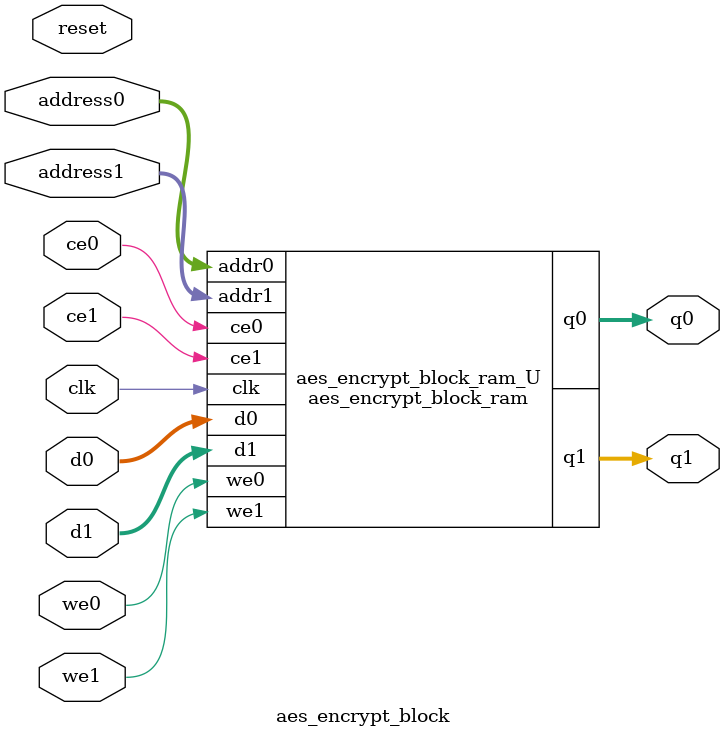
<source format=v>
`timescale 1 ns / 1 ps
module aes_encrypt_block_ram (addr0, ce0, d0, we0, q0, addr1, ce1, d1, we1, q1,  clk);

parameter DWIDTH = 8;
parameter AWIDTH = 4;
parameter MEM_SIZE = 16;

input[AWIDTH-1:0] addr0;
input ce0;
input[DWIDTH-1:0] d0;
input we0;
output reg[DWIDTH-1:0] q0;
input[AWIDTH-1:0] addr1;
input ce1;
input[DWIDTH-1:0] d1;
input we1;
output reg[DWIDTH-1:0] q1;
input clk;

(* ram_style = "block" *)reg [DWIDTH-1:0] ram[0:MEM_SIZE-1];




always @(posedge clk)  
begin 
    if (ce0) begin
        if (we0) 
            ram[addr0] <= d0; 
        q0 <= ram[addr0];
    end
end


always @(posedge clk)  
begin 
    if (ce1) begin
        if (we1) 
            ram[addr1] <= d1; 
        q1 <= ram[addr1];
    end
end


endmodule

`timescale 1 ns / 1 ps
module aes_encrypt_block(
    reset,
    clk,
    address0,
    ce0,
    we0,
    d0,
    q0,
    address1,
    ce1,
    we1,
    d1,
    q1);

parameter DataWidth = 32'd8;
parameter AddressRange = 32'd16;
parameter AddressWidth = 32'd4;
input reset;
input clk;
input[AddressWidth - 1:0] address0;
input ce0;
input we0;
input[DataWidth - 1:0] d0;
output[DataWidth - 1:0] q0;
input[AddressWidth - 1:0] address1;
input ce1;
input we1;
input[DataWidth - 1:0] d1;
output[DataWidth - 1:0] q1;



aes_encrypt_block_ram aes_encrypt_block_ram_U(
    .clk( clk ),
    .addr0( address0 ),
    .ce0( ce0 ),
    .we0( we0 ),
    .d0( d0 ),
    .q0( q0 ),
    .addr1( address1 ),
    .ce1( ce1 ),
    .we1( we1 ),
    .d1( d1 ),
    .q1( q1 ));

endmodule


</source>
